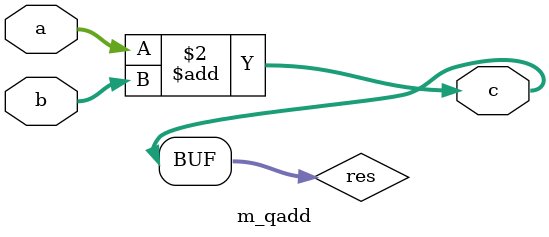
<source format=v>
`timescale 1ns / 1ps

module qadd(
        a,
        b,
        c
    );

	//Parameterized values
	parameter Q = 15;
	parameter N = 32;

    input [N-1:0] a;
    input [N-1:0] b;
    output [N-1:0] c;

reg [N-1:0] res;

assign c = res;

always @(a,b)
begin
	//both negative
	if(a[N-1] == 1 && b[N-1] == 1) begin
		//sign
		res[N-1] = 1;
		//whole
		res[N-2:0] = a[N-2:0] + b[N-2:0];
	end
	//both positive
	else if(a[N-1] == 0 && b[N-1] == 0) begin
		//sign
		res[N-1] = 0;
		//whole
		res[N-2:0] = a[N-2:0] + b[N-2:0];
	end
	//subtract a-b
	else if(a[N-1] == 0 && b[N-1] == 1) begin
		//sign
		if(a[N-2:0] > b[N-2:0])
			res[N-1] = 1;
		else
			res[N-1] = 0;
		//whole
		res[N-2:0] = a[N-2:0] - b[N-2:0];
	end
	//subtract b-a
	else begin
		//sign
		if(a[N-2:0] < b[N-2:0])
			res[N-1] = 1;
		else
			res[N-1] = 0;
		//whole
		res[N-2:0] = b[N-2:0] - a[N-2:0];
	end
end

endmodule


module m_qadd(
        a,
        b,
        c
    );

	//Parameterized values
	parameter Q = 15;
	parameter N = 32;

    input [N-1:0] a;
    input [N-1:0] b;
    output [N-1:0] c;

    reg [N-1:0] res;

    assign c = res;

    always @(a,b)
    begin
        res = a+b;
    end

endmodule

</source>
